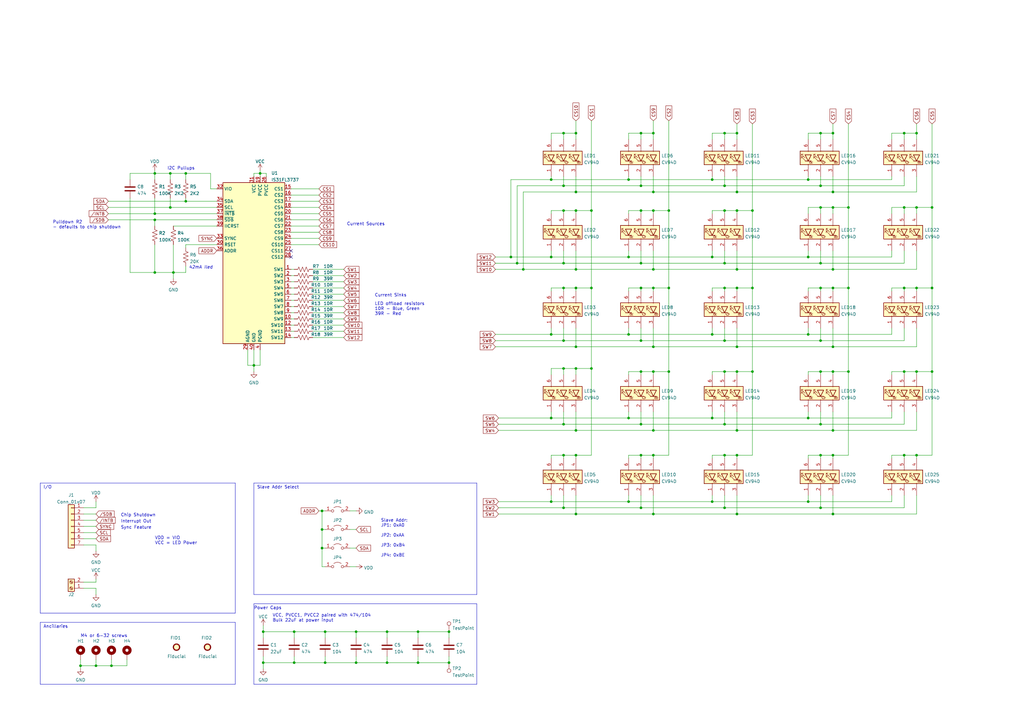
<source format=kicad_sch>
(kicad_sch (version 20230121) (generator eeschema)
  (paper "A3")
  (title_block (title "CREE LED 5x5 Eval") (date "2022-07-26") (rev "1") (company "DigitalREP"))
  (junction (at 336.55 85.09))
  (junction (at 214.63 110.49))
  (junction (at 267.97 152.4))
  (junction (at 236.22 86.36))
  (junction (at 267.97 110.49))
  (junction (at 231.14 186.69))
  (junction (at 236.22 142.24))
  (junction (at 212.09 107.95))
  (junction (at 341.63 142.24))
  (junction (at 341.63 152.4))
  (junction (at 132.08 224.79))
  (junction (at 297.18 152.4))
  (junction (at 133.35 271.78))
  (junction (at 336.55 76.2))
  (junction (at 257.81 171.45))
  (junction (at 262.89 173.99))
  (junction (at 236.22 210.82))
  (junction (at 302.26 186.69))
  (junction (at 297.18 86.36))
  (junction (at 107.95 271.78))
  (junction (at 336.55 173.99))
  (junction (at 63.5 71.12))
  (junction (at 336.55 186.69))
  (junction (at 262.89 76.2))
  (junction (at 158.75 259.08))
  (junction (at 257.81 105.41))
  (junction (at 292.1 205.74))
  (junction (at 331.47 205.74))
  (junction (at 382.27 152.4))
  (junction (at 231.14 139.7))
  (junction (at 257.81 73.66))
  (junction (at 76.2 82.55))
  (junction (at 262.89 186.69))
  (junction (at 297.18 186.69))
  (junction (at 267.97 54.61))
  (junction (at 302.26 118.11))
  (junction (at 331.47 137.16))
  (junction (at 375.92 85.09))
  (junction (at 231.14 86.36))
  (junction (at 132.08 217.17))
  (junction (at 297.18 76.2))
  (junction (at 336.55 208.28))
  (junction (at 382.27 85.09))
  (junction (at 107.95 259.08))
  (junction (at 375.92 186.69))
  (junction (at 331.47 171.45))
  (junction (at 308.61 86.36))
  (junction (at 171.45 271.78))
  (junction (at 370.84 152.4))
  (junction (at 226.06 73.66))
  (junction (at 236.22 110.49))
  (junction (at 274.32 118.11))
  (junction (at 104.14 149.86))
  (junction (at 39.37 273.05))
  (junction (at 302.26 78.74))
  (junction (at 341.63 210.82))
  (junction (at 375.92 118.11))
  (junction (at 158.75 271.78))
  (junction (at 231.14 151.13))
  (junction (at 267.97 210.82))
  (junction (at 347.98 118.11))
  (junction (at 382.27 118.11))
  (junction (at 267.97 86.36))
  (junction (at 336.55 107.95))
  (junction (at 106.68 71.12))
  (junction (at 63.5 111.76))
  (junction (at 262.89 139.7))
  (junction (at 292.1 105.41))
  (junction (at 231.14 173.99))
  (junction (at 63.5 90.17))
  (junction (at 341.63 85.09))
  (junction (at 297.18 118.11))
  (junction (at 331.47 73.66))
  (junction (at 69.85 85.09))
  (junction (at 292.1 171.45))
  (junction (at 308.61 118.11))
  (junction (at 133.35 259.08))
  (junction (at 242.57 151.13))
  (junction (at 297.18 107.95))
  (junction (at 336.55 139.7))
  (junction (at 236.22 176.53))
  (junction (at 146.05 271.78))
  (junction (at 347.98 152.4))
  (junction (at 267.97 176.53))
  (junction (at 262.89 208.28))
  (junction (at 231.14 208.28))
  (junction (at 262.89 86.36))
  (junction (at 341.63 186.69))
  (junction (at 274.32 152.4))
  (junction (at 63.5 87.63))
  (junction (at 341.63 54.61))
  (junction (at 236.22 186.69))
  (junction (at 226.06 105.41))
  (junction (at 331.47 105.41))
  (junction (at 209.55 105.41))
  (junction (at 302.26 152.4))
  (junction (at 341.63 110.49))
  (junction (at 267.97 78.74))
  (junction (at 297.18 208.28))
  (junction (at 302.26 142.24))
  (junction (at 375.92 152.4))
  (junction (at 171.45 259.08))
  (junction (at 184.15 259.08))
  (junction (at 341.63 176.53))
  (junction (at 375.92 54.61))
  (junction (at 302.26 110.49))
  (junction (at 45.72 273.05))
  (junction (at 267.97 186.69))
  (junction (at 231.14 118.11))
  (junction (at 297.18 139.7))
  (junction (at 302.26 210.82))
  (junction (at 308.61 152.4))
  (junction (at 226.06 171.45))
  (junction (at 267.97 118.11))
  (junction (at 262.89 118.11))
  (junction (at 336.55 152.4))
  (junction (at 257.81 205.74))
  (junction (at 336.55 118.11))
  (junction (at 274.32 86.36))
  (junction (at 297.18 173.99))
  (junction (at 236.22 54.61))
  (junction (at 69.85 71.12))
  (junction (at 226.06 205.74))
  (junction (at 370.84 186.69))
  (junction (at 120.65 259.08))
  (junction (at 184.15 271.78))
  (junction (at 231.14 107.95))
  (junction (at 262.89 107.95))
  (junction (at 370.84 85.09))
  (junction (at 336.55 54.61))
  (junction (at 236.22 118.11))
  (junction (at 302.26 176.53))
  (junction (at 262.89 54.61))
  (junction (at 267.97 142.24))
  (junction (at 242.57 86.36))
  (junction (at 33.02 273.05))
  (junction (at 341.63 78.74))
  (junction (at 347.98 85.09))
  (junction (at 370.84 54.61))
  (junction (at 236.22 78.74))
  (junction (at 71.12 111.76))
  (junction (at 231.14 54.61))
  (junction (at 370.84 118.11))
  (junction (at 132.08 209.55))
  (junction (at 292.1 73.66))
  (junction (at 120.65 271.78))
  (junction (at 302.26 86.36))
  (junction (at 236.22 151.13))
  (junction (at 341.63 118.11))
  (junction (at 297.18 54.61))
  (junction (at 262.89 152.4))
  (junction (at 292.1 137.16))
  (junction (at 257.81 137.16))
  (junction (at 242.57 118.11))
  (junction (at 231.14 76.2))
  (junction (at 76.2 71.12))
  (junction (at 302.26 54.61))
  (junction (at 146.05 259.08))
  (junction (at 226.06 137.16))
  (no_connect (at 119.38 102.87))
  (no_connect (at 119.38 105.41))
  (wire (pts (xy 341.63 78.74) (xy 375.92 78.74)))
  (wire (pts (xy 370.84 85.09) (xy 370.84 87.63)))
  (wire (pts (xy 331.47 105.41) (xy 365.76 105.41)))
  (wire (pts (xy 231.14 151.13) (xy 236.22 151.13)))
  (wire (pts (xy 44.45 85.09) (xy 69.85 85.09)))
  (wire (pts (xy 119.38 130.81) (xy 120.65 130.81)))
  (wire (pts (xy 88.9 77.47) (xy 86.36 77.47)))
  (wire (pts (xy 34.29 210.82) (xy 39.37 210.82)))
  (wire (pts (xy 146.05 271.78) (xy 158.75 271.78)))
  (wire (pts (xy 257.81 73.66) (xy 292.1 73.66)))
  (wire (pts (xy 119.38 125.73) (xy 120.65 125.73)))
  (wire (pts (xy 297.18 118.11) (xy 297.18 119.38)))
  (wire (pts (xy 76.2 109.22) (xy 76.2 111.76)))
  (wire (pts (xy 107.95 271.78) (xy 120.65 271.78)))
  (wire (pts (xy 336.55 152.4) (xy 336.55 153.67)))
  (wire (pts (xy 302.26 152.4) (xy 302.26 153.67)))
  (wire (pts (xy 336.55 208.28) (xy 297.18 208.28)))
  (wire (pts (xy 119.38 113.03) (xy 120.65 113.03)))
  (wire (pts (xy 267.97 210.82) (xy 236.22 210.82)))
  (wire (pts (xy 347.98 186.69) (xy 347.98 152.4)))
  (wire (pts (xy 236.22 54.61) (xy 231.14 54.61)))
  (wire (pts (xy 226.06 203.2) (xy 226.06 205.74)))
  (wire (pts (xy 257.81 54.61) (xy 262.89 54.61)))
  (wire (pts (xy 297.18 186.69) (xy 302.26 186.69)))
  (wire (pts (xy 262.89 86.36) (xy 262.89 87.63)))
  (wire (pts (xy 267.97 86.36) (xy 267.97 87.63)))
  (wire (pts (xy 34.29 208.28) (xy 39.37 208.28)))
  (wire (pts (xy 128.27 118.11) (xy 140.97 118.11)))
  (wire (pts (xy 171.45 269.24) (xy 171.45 271.78)))
  (wire (pts (xy 262.89 118.11) (xy 267.97 118.11)))
  (wire (pts (xy 231.14 186.69) (xy 231.14 187.96)))
  (wire (pts (xy 292.1 118.11) (xy 297.18 118.11)))
  (wire (pts (xy 71.12 100.33) (xy 71.12 111.76)))
  (wire (pts (xy 365.76 134.62) (xy 365.76 137.16)))
  (wire (pts (xy 262.89 134.62) (xy 262.89 139.7)))
  (wire (pts (xy 267.97 176.53) (xy 236.22 176.53)))
  (wire (pts (xy 365.76 87.63) (xy 365.76 85.09)))
  (wire (pts (xy 341.63 85.09) (xy 347.98 85.09)))
  (wire (pts (xy 39.37 241.3) (xy 39.37 243.84)))
  (wire (pts (xy 119.38 90.17) (xy 130.81 90.17)))
  (wire (pts (xy 39.37 223.52) (xy 39.37 226.06)))
  (wire (pts (xy 133.35 224.79) (xy 132.08 224.79)))
  (wire (pts (xy 231.14 118.11) (xy 231.14 119.38)))
  (wire (pts (xy 158.75 259.08) (xy 171.45 259.08)))
  (wire (pts (xy 236.22 186.69) (xy 242.57 186.69)))
  (wire (pts (xy 370.84 168.91) (xy 370.84 173.99)))
  (wire (pts (xy 375.92 72.39) (xy 375.92 78.74)))
  (wire (pts (xy 341.63 203.2) (xy 341.63 210.82)))
  (wire (pts (xy 370.84 186.69) (xy 370.84 187.96)))
  (wire (pts (xy 375.92 54.61) (xy 375.92 57.15)))
  (wire (pts (xy 365.76 102.87) (xy 365.76 105.41)))
  (wire (pts (xy 341.63 110.49) (xy 375.92 110.49)))
  (wire (pts (xy 231.14 134.62) (xy 231.14 139.7)))
  (wire (pts (xy 267.97 186.69) (xy 274.32 186.69)))
  (polyline (pts (xy 96.52 251.46) (xy 96.52 198.12)))
  (wire (pts (xy 308.61 50.8) (xy 308.61 86.36)))
  (wire (pts (xy 370.84 208.28) (xy 336.55 208.28)))
  (wire (pts (xy 107.95 256.54) (xy 107.95 259.08)))
  (wire (pts (xy 101.6 149.86) (xy 104.14 149.86)))
  (wire (pts (xy 231.14 203.2) (xy 231.14 208.28)))
  (wire (pts (xy 365.76 186.69) (xy 365.76 187.96)))
  (wire (pts (xy 120.65 261.62) (xy 120.65 259.08)))
  (wire (pts (xy 341.63 210.82) (xy 302.26 210.82)))
  (polyline (pts (xy 104.14 280.67) (xy 195.58 280.67)))
  (wire (pts (xy 231.14 168.91) (xy 231.14 173.99)))
  (wire (pts (xy 274.32 49.53) (xy 274.32 86.36)))
  (wire (pts (xy 226.06 73.66) (xy 257.81 73.66)))
  (wire (pts (xy 242.57 118.11) (xy 242.57 86.36)))
  (wire (pts (xy 331.47 54.61) (xy 336.55 54.61)))
  (wire (pts (xy 274.32 152.4) (xy 274.32 118.11)))
  (wire (pts (xy 184.15 269.24) (xy 184.15 271.78)))
  (wire (pts (xy 34.29 238.76) (xy 39.37 238.76)))
  (wire (pts (xy 292.1 134.62) (xy 292.1 137.16)))
  (wire (pts (xy 370.84 152.4) (xy 375.92 152.4)))
  (wire (pts (xy 44.45 82.55) (xy 76.2 82.55)))
  (wire (pts (xy 375.92 152.4) (xy 375.92 153.67)))
  (wire (pts (xy 297.18 134.62) (xy 297.18 139.7)))
  (wire (pts (xy 341.63 152.4) (xy 347.98 152.4)))
  (wire (pts (xy 370.84 54.61) (xy 375.92 54.61)))
  (wire (pts (xy 231.14 86.36) (xy 236.22 86.36)))
  (wire (pts (xy 341.63 152.4) (xy 341.63 153.67)))
  (wire (pts (xy 336.55 72.39) (xy 336.55 76.2)))
  (wire (pts (xy 76.2 100.33) (xy 76.2 101.6)))
  (wire (pts (xy 226.06 134.62) (xy 226.06 137.16)))
  (wire (pts (xy 236.22 168.91) (xy 236.22 176.53)))
  (wire (pts (xy 107.95 259.08) (xy 107.95 261.62)))
  (wire (pts (xy 302.26 152.4) (xy 308.61 152.4)))
  (polyline (pts (xy 104.14 247.65) (xy 195.58 247.65)))
  (wire (pts (xy 184.15 259.08) (xy 171.45 259.08)))
  (wire (pts (xy 297.18 54.61) (xy 302.26 54.61)))
  (wire (pts (xy 347.98 50.8) (xy 347.98 85.09)))
  (wire (pts (xy 292.1 203.2) (xy 292.1 205.74)))
  (wire (pts (xy 262.89 54.61) (xy 267.97 54.61)))
  (wire (pts (xy 267.97 134.62) (xy 267.97 142.24)))
  (wire (pts (xy 267.97 152.4) (xy 267.97 153.67)))
  (wire (pts (xy 128.27 115.57) (xy 140.97 115.57)))
  (wire (pts (xy 292.1 152.4) (xy 297.18 152.4)))
  (wire (pts (xy 171.45 261.62) (xy 171.45 259.08)))
  (wire (pts (xy 231.14 139.7) (xy 262.89 139.7)))
  (polyline (pts (xy 195.58 198.12) (xy 104.14 198.12)))
  (wire (pts (xy 104.14 143.51) (xy 104.14 149.86)))
  (polyline (pts (xy 96.52 280.67) (xy 16.51 280.67)))
  (wire (pts (xy 292.1 205.74) (xy 257.81 205.74)))
  (wire (pts (xy 382.27 118.11) (xy 382.27 85.09)))
  (wire (pts (xy 262.89 203.2) (xy 262.89 208.28)))
  (wire (pts (xy 231.14 102.87) (xy 231.14 107.95)))
  (wire (pts (xy 267.97 203.2) (xy 267.97 210.82)))
  (wire (pts (xy 236.22 118.11) (xy 242.57 118.11)))
  (wire (pts (xy 128.27 123.19) (xy 140.97 123.19)))
  (wire (pts (xy 370.84 54.61) (xy 370.84 57.15)))
  (wire (pts (xy 143.51 232.41) (xy 146.05 232.41)))
  (wire (pts (xy 267.97 49.53) (xy 267.97 54.61)))
  (polyline (pts (xy 195.58 243.84) (xy 195.58 198.12)))
  (wire (pts (xy 341.63 118.11) (xy 347.98 118.11)))
  (wire (pts (xy 302.26 118.11) (xy 308.61 118.11)))
  (wire (pts (xy 34.29 223.52) (xy 39.37 223.52)))
  (wire (pts (xy 262.89 208.28) (xy 231.14 208.28)))
  (wire (pts (xy 109.22 71.12) (xy 109.22 72.39)))
  (wire (pts (xy 297.18 54.61) (xy 297.18 57.15)))
  (wire (pts (xy 226.06 171.45) (xy 257.81 171.45)))
  (wire (pts (xy 33.02 273.05) (xy 33.02 274.32)))
  (wire (pts (xy 231.14 186.69) (xy 226.06 186.69)))
  (wire (pts (xy 302.26 78.74) (xy 267.97 78.74)))
  (wire (pts (xy 63.5 92.71) (xy 63.5 90.17)))
  (wire (pts (xy 226.06 151.13) (xy 231.14 151.13)))
  (wire (pts (xy 336.55 152.4) (xy 341.63 152.4)))
  (wire (pts (xy 119.38 135.89) (xy 120.65 135.89)))
  (wire (pts (xy 341.63 118.11) (xy 341.63 119.38)))
  (polyline (pts (xy 104.14 247.65) (xy 104.14 280.67)))
  (wire (pts (xy 104.14 149.86) (xy 104.14 152.4)))
  (wire (pts (xy 158.75 269.24) (xy 158.75 271.78)))
  (wire (pts (xy 308.61 118.11) (xy 308.61 86.36)))
  (wire (pts (xy 292.1 171.45) (xy 257.81 171.45)))
  (polyline (pts (xy 16.51 198.12) (xy 16.51 251.46)))
  (wire (pts (xy 331.47 118.11) (xy 336.55 118.11)))
  (wire (pts (xy 365.76 203.2) (xy 365.76 205.74)))
  (wire (pts (xy 331.47 186.69) (xy 336.55 186.69)))
  (wire (pts (xy 341.63 54.61) (xy 341.63 57.15)))
  (wire (pts (xy 336.55 54.61) (xy 336.55 57.15)))
  (wire (pts (xy 88.9 85.09) (xy 69.85 85.09)))
  (wire (pts (xy 267.97 152.4) (xy 274.32 152.4)))
  (wire (pts (xy 236.22 186.69) (xy 231.14 186.69)))
  (wire (pts (xy 302.26 142.24) (xy 267.97 142.24)))
  (wire (pts (xy 257.81 119.38) (xy 257.81 118.11)))
  (wire (pts (xy 302.26 110.49) (xy 267.97 110.49)))
  (wire (pts (xy 341.63 168.91) (xy 341.63 176.53)))
  (wire (pts (xy 86.36 77.47) (xy 86.36 71.12)))
  (wire (pts (xy 231.14 151.13) (xy 231.14 153.67)))
  (wire (pts (xy 302.26 186.69) (xy 308.61 186.69)))
  (wire (pts (xy 297.18 118.11) (xy 302.26 118.11)))
  (wire (pts (xy 297.18 168.91) (xy 297.18 173.99)))
  (polyline (pts (xy 195.58 280.67) (xy 195.58 247.65)))
  (wire (pts (xy 119.38 123.19) (xy 120.65 123.19)))
  (wire (pts (xy 214.63 78.74) (xy 214.63 110.49)))
  (wire (pts (xy 63.5 73.66) (xy 63.5 71.12)))
  (wire (pts (xy 336.55 186.69) (xy 336.55 187.96)))
  (wire (pts (xy 375.92 176.53) (xy 341.63 176.53)))
  (wire (pts (xy 331.47 119.38) (xy 331.47 118.11)))
  (wire (pts (xy 133.35 232.41) (xy 132.08 232.41)))
  (wire (pts (xy 297.18 186.69) (xy 297.18 187.96)))
  (wire (pts (xy 257.81 86.36) (xy 257.81 87.63)))
  (wire (pts (xy 292.1 153.67) (xy 292.1 152.4)))
  (wire (pts (xy 71.12 92.71) (xy 88.9 92.71)))
  (wire (pts (xy 302.26 50.8) (xy 302.26 54.61)))
  (wire (pts (xy 370.84 118.11) (xy 370.84 119.38)))
  (wire (pts (xy 341.63 110.49) (xy 302.26 110.49)))
  (wire (pts (xy 370.84 118.11) (xy 375.92 118.11)))
  (wire (pts (xy 203.2 105.41) (xy 209.55 105.41)))
  (wire (pts (xy 262.89 54.61) (xy 262.89 57.15)))
  (wire (pts (xy 104.14 72.39) (xy 104.14 71.12)))
  (wire (pts (xy 382.27 152.4) (xy 382.27 118.11)))
  (wire (pts (xy 336.55 118.11) (xy 341.63 118.11)))
  (wire (pts (xy 120.65 259.08) (xy 107.95 259.08)))
  (wire (pts (xy 133.35 259.08) (xy 120.65 259.08)))
  (wire (pts (xy 106.68 71.12) (xy 106.68 72.39)))
  (wire (pts (xy 132.08 232.41) (xy 132.08 224.79)))
  (wire (pts (xy 267.97 54.61) (xy 267.97 57.15)))
  (wire (pts (xy 242.57 151.13) (xy 242.57 118.11)))
  (wire (pts (xy 375.92 168.91) (xy 375.92 176.53)))
  (wire (pts (xy 336.55 102.87) (xy 336.55 107.95)))
  (wire (pts (xy 365.76 119.38) (xy 365.76 118.11)))
  (wire (pts (xy 119.38 80.01) (xy 130.81 80.01)))
  (wire (pts (xy 297.18 152.4) (xy 302.26 152.4)))
  (wire (pts (xy 63.5 87.63) (xy 63.5 81.28)))
  (wire (pts (xy 292.1 186.69) (xy 297.18 186.69)))
  (wire (pts (xy 336.55 107.95) (xy 297.18 107.95)))
  (wire (pts (xy 120.65 271.78) (xy 133.35 271.78)))
  (wire (pts (xy 262.89 152.4) (xy 267.97 152.4)))
  (wire (pts (xy 69.85 71.12) (xy 76.2 71.12)))
  (wire (pts (xy 341.63 85.09) (xy 341.63 87.63)))
  (wire (pts (xy 331.47 205.74) (xy 292.1 205.74)))
  (wire (pts (xy 204.47 210.82) (xy 236.22 210.82)))
  (wire (pts (xy 375.92 85.09) (xy 375.92 87.63)))
  (wire (pts (xy 262.89 76.2) (xy 297.18 76.2)))
  (wire (pts (xy 33.02 270.51) (xy 33.02 273.05)))
  (wire (pts (xy 231.14 118.11) (xy 236.22 118.11)))
  (wire (pts (xy 132.08 209.55) (xy 132.08 217.17)))
  (wire (pts (xy 34.29 218.44) (xy 39.37 218.44)))
  (wire (pts (xy 382.27 186.69) (xy 382.27 152.4)))
  (wire (pts (xy 292.1 168.91) (xy 292.1 171.45)))
  (wire (pts (xy 370.84 152.4) (xy 370.84 153.67)))
  (wire (pts (xy 341.63 142.24) (xy 302.26 142.24)))
  (wire (pts (xy 203.2 107.95) (xy 212.09 107.95)))
  (wire (pts (xy 34.29 220.98) (xy 39.37 220.98)))
  (polyline (pts (xy 96.52 198.12) (xy 16.51 198.12)))
  (wire (pts (xy 370.84 173.99) (xy 336.55 173.99)))
  (wire (pts (xy 267.97 78.74) (xy 236.22 78.74)))
  (wire (pts (xy 375.92 186.69) (xy 382.27 186.69)))
  (wire (pts (xy 365.76 153.67) (xy 365.76 152.4)))
  (wire (pts (xy 236.22 86.36) (xy 236.22 87.63)))
  (wire (pts (xy 375.92 142.24) (xy 341.63 142.24)))
  (wire (pts (xy 119.38 85.09) (xy 130.81 85.09)))
  (wire (pts (xy 133.35 269.24) (xy 133.35 271.78)))
  (wire (pts (xy 133.35 261.62) (xy 133.35 259.08)))
  (wire (pts (xy 128.27 113.03) (xy 140.97 113.03)))
  (wire (pts (xy 341.63 176.53) (xy 302.26 176.53)))
  (wire (pts (xy 257.81 72.39) (xy 257.81 73.66)))
  (wire (pts (xy 44.45 87.63) (xy 63.5 87.63)))
  (wire (pts (xy 267.97 102.87) (xy 267.97 110.49)))
  (wire (pts (xy 88.9 82.55) (xy 76.2 82.55)))
  (wire (pts (xy 365.76 118.11) (xy 370.84 118.11)))
  (wire (pts (xy 375.92 134.62) (xy 375.92 142.24)))
  (wire (pts (xy 146.05 261.62) (xy 146.05 259.08)))
  (wire (pts (xy 128.27 138.43) (xy 140.97 138.43)))
  (wire (pts (xy 119.38 97.79) (xy 130.81 97.79)))
  (wire (pts (xy 133.35 259.08) (xy 146.05 259.08)))
  (wire (pts (xy 158.75 261.62) (xy 158.75 259.08)))
  (wire (pts (xy 297.18 102.87) (xy 297.18 107.95)))
  (wire (pts (xy 302.26 102.87) (xy 302.26 110.49)))
  (wire (pts (xy 375.92 118.11) (xy 382.27 118.11)))
  (wire (pts (xy 236.22 54.61) (xy 236.22 57.15)))
  (wire (pts (xy 101.6 143.51) (xy 101.6 149.86)))
  (wire (pts (xy 336.55 173.99) (xy 297.18 173.99)))
  (wire (pts (xy 302.26 134.62) (xy 302.26 142.24)))
  (wire (pts (xy 106.68 69.85) (xy 106.68 71.12)))
  (wire (pts (xy 257.81 186.69) (xy 262.89 186.69)))
  (wire (pts (xy 226.06 137.16) (xy 203.2 137.16)))
  (wire (pts (xy 226.06 153.67) (xy 226.06 151.13)))
  (wire (pts (xy 302.26 186.69) (xy 302.26 187.96)))
  (wire (pts (xy 76.2 71.12) (xy 86.36 71.12)))
  (wire (pts (xy 119.38 110.49) (xy 120.65 110.49)))
  (wire (pts (xy 262.89 152.4) (xy 262.89 153.67)))
  (wire (pts (xy 370.84 85.09) (xy 375.92 85.09)))
  (wire (pts (xy 119.38 120.65) (xy 120.65 120.65)))
  (wire (pts (xy 341.63 134.62) (xy 341.63 142.24)))
  (wire (pts (xy 375.92 118.11) (xy 375.92 119.38)))
  (wire (pts (xy 204.47 171.45) (xy 226.06 171.45)))
  (polyline (pts (xy 16.51 255.27) (xy 16.51 280.67)))
  (wire (pts (xy 302.26 168.91) (xy 302.26 176.53)))
  (wire (pts (xy 76.2 82.55) (xy 76.2 81.28)))
  (wire (pts (xy 370.84 102.87) (xy 370.84 107.95)))
  (wire (pts (xy 336.55 118.11) (xy 336.55 119.38)))
  (wire (pts (xy 53.34 71.12) (xy 63.5 71.12)))
  (wire (pts (xy 236.22 102.87) (xy 236.22 110.49)))
  (wire (pts (xy 292.1 87.63) (xy 292.1 86.36)))
  (wire (pts (xy 184.15 261.62) (xy 184.15 259.08)))
  (wire (pts (xy 257.81 153.67) (xy 257.81 152.4)))
  (wire (pts (xy 308.61 186.69) (xy 308.61 152.4)))
  (wire (pts (xy 274.32 118.11) (xy 274.32 86.36)))
  (wire (pts (xy 257.81 187.96) (xy 257.81 186.69)))
  (wire (pts (xy 297.18 86.36) (xy 302.26 86.36)))
  (wire (pts (xy 242.57 186.69) (xy 242.57 151.13)))
  (wire (pts (xy 212.09 76.2) (xy 212.09 107.95)))
  (wire (pts (xy 267.97 72.39) (xy 267.97 78.74)))
  (wire (pts (xy 262.89 186.69) (xy 267.97 186.69)))
  (wire (pts (xy 302.26 86.36) (xy 308.61 86.36)))
  (wire (pts (xy 370.84 72.39) (xy 370.84 76.2)))
  (wire (pts (xy 257.81 57.15) (xy 257.81 54.61)))
  (wire (pts (xy 302.26 210.82) (xy 267.97 210.82)))
  (wire (pts (xy 267.97 110.49) (xy 236.22 110.49)))
  (wire (pts (xy 52.07 270.51) (xy 52.07 273.05)))
  (wire (pts (xy 365.76 152.4) (xy 370.84 152.4)))
  (wire (pts (xy 370.84 186.69) (xy 365.76 186.69)))
  (wire (pts (xy 262.89 86.36) (xy 257.81 86.36)))
  (wire (pts (xy 133.35 217.17) (xy 132.08 217.17)))
  (wire (pts (xy 331.47 105.41) (xy 292.1 105.41)))
  (wire (pts (xy 297.18 72.39) (xy 297.18 76.2)))
  (wire (pts (xy 226.06 105.41) (xy 226.06 102.87)))
  (wire (pts (xy 130.81 209.55) (xy 132.08 209.55)))
  (wire (pts (xy 76.2 100.33) (xy 88.9 100.33)))
  (wire (pts (xy 204.47 173.99) (xy 231.14 173.99)))
  (wire (pts (xy 365.76 54.61) (xy 370.84 54.61)))
  (wire (pts (xy 308.61 152.4) (xy 308.61 118.11)))
  (wire (pts (xy 302.26 54.61) (xy 302.26 57.15)))
  (wire (pts (xy 212.09 107.95) (xy 231.14 107.95)))
  (wire (pts (xy 236.22 72.39) (xy 236.22 78.74)))
  (wire (pts (xy 336.55 186.69) (xy 341.63 186.69)))
  (wire (pts (xy 274.32 86.36) (xy 267.97 86.36)))
  (wire (pts (xy 88.9 87.63) (xy 63.5 87.63)))
  (wire (pts (xy 119.38 92.71) (xy 130.81 92.71)))
  (wire (pts (xy 365.76 171.45) (xy 331.47 171.45)))
  (wire (pts (xy 236.22 203.2) (xy 236.22 210.82)))
  (wire (pts (xy 331.47 187.96) (xy 331.47 186.69)))
  (wire (pts (xy 267.97 168.91) (xy 267.97 176.53)))
  (wire (pts (xy 226.06 118.11) (xy 226.06 119.38)))
  (wire (pts (xy 375.92 152.4) (xy 382.27 152.4)))
  (wire (pts (xy 292.1 73.66) (xy 331.47 73.66)))
  (wire (pts (xy 34.29 241.3) (xy 39.37 241.3)))
  (wire (pts (xy 133.35 271.78) (xy 146.05 271.78)))
  (wire (pts (xy 262.89 118.11) (xy 262.89 119.38)))
  (wire (pts (xy 39.37 270.51) (xy 39.37 273.05)))
  (wire (pts (xy 63.5 100.33) (xy 63.5 111.76)))
  (wire (pts (xy 331.47 102.87) (xy 331.47 105.41)))
  (wire (pts (xy 106.68 143.51) (xy 106.68 149.86)))
  (wire (pts (xy 39.37 208.28) (xy 39.37 205.74)))
  (wire (pts (xy 297.18 86.36) (xy 297.18 87.63)))
  (wire (pts (xy 69.85 85.09) (xy 69.85 81.28)))
  (wire (pts (xy 226.06 73.66) (xy 226.06 72.39)))
  (wire (pts (xy 365.76 85.09) (xy 370.84 85.09)))
  (wire (pts (xy 302.26 203.2) (xy 302.26 210.82)))
  (wire (pts (xy 209.55 73.66) (xy 209.55 105.41)))
  (wire (pts (xy 76.2 71.12) (xy 76.2 73.66)))
  (wire (pts (xy 336.55 76.2) (xy 370.84 76.2)))
  (wire (pts (xy 297.18 76.2) (xy 336.55 76.2)))
  (wire (pts (xy 236.22 142.24) (xy 203.2 142.24)))
  (wire (pts (xy 341.63 72.39) (xy 341.63 78.74)))
  (wire (pts (xy 128.27 125.73) (xy 140.97 125.73)))
  (polyline (pts (xy 104.14 243.84) (xy 195.58 243.84)))
  (wire (pts (xy 63.5 90.17) (xy 88.9 90.17)))
  (wire (pts (xy 262.89 168.91) (xy 262.89 173.99)))
  (wire (pts (xy 119.38 95.25) (xy 130.81 95.25)))
  (wire (pts (xy 119.38 100.33) (xy 130.81 100.33)))
  (wire (pts (xy 331.47 171.45) (xy 292.1 171.45)))
  (wire (pts (xy 104.14 71.12) (xy 106.68 71.12)))
  (wire (pts (xy 231.14 76.2) (xy 231.14 72.39)))
  (wire (pts (xy 226.06 54.61) (xy 226.06 57.15)))
  (wire (pts (xy 292.1 72.39) (xy 292.1 73.66)))
  (wire (pts (xy 226.06 105.41) (xy 257.81 105.41)))
  (wire (pts (xy 204.47 205.74) (xy 226.06 205.74)))
  (wire (pts (xy 297.18 203.2) (xy 297.18 208.28)))
  (wire (pts (xy 292.1 102.87) (xy 292.1 105.41)))
  (wire (pts (xy 53.34 81.28) (xy 53.34 111.76)))
  (wire (pts (xy 236.22 86.36) (xy 242.57 86.36)))
  (wire (pts (xy 331.47 153.67) (xy 331.47 152.4)))
  (wire (pts (xy 204.47 208.28) (xy 231.14 208.28)))
  (wire (pts (xy 119.38 87.63) (xy 130.81 87.63)))
  (wire (pts (xy 302.26 176.53) (xy 267.97 176.53)))
  (wire (pts (xy 292.1 57.15) (xy 292.1 54.61)))
  (wire (pts (xy 231.14 54.61) (xy 231.14 57.15)))
  (wire (pts (xy 236.22 110.49) (xy 214.63 110.49)))
  (wire (pts (xy 71.12 111.76) (xy 76.2 111.76)))
  (wire (pts (xy 331.47 87.63) (xy 331.47 85.09)))
  (wire (pts (xy 336.55 54.61) (xy 341.63 54.61)))
  (wire (pts (xy 69.85 71.12) (xy 69.85 73.66)))
  (wire (pts (xy 370.84 134.62) (xy 370.84 139.7)))
  (wire (pts (xy 44.45 90.17) (xy 63.5 90.17)))
  (wire (pts (xy 236.22 118.11) (xy 236.22 119.38)))
  (wire (pts (xy 267.97 118.11) (xy 267.97 119.38)))
  (wire (pts (xy 267.97 142.24) (xy 236.22 142.24)))
  (wire (pts (xy 365.76 57.15) (xy 365.76 54.61)))
  (wire (pts (xy 257.81 205.74) (xy 226.06 205.74)))
  (wire (pts (xy 231.14 86.36) (xy 231.14 87.63)))
  (wire (pts (xy 336.55 134.62) (xy 336.55 139.7)))
  (wire (pts (xy 267.97 186.69) (xy 267.97 187.96)))
  (wire (pts (xy 236.22 186.69) (xy 236.22 187.96)))
  (wire (pts (xy 120.65 269.24) (xy 120.65 271.78)))
  (wire (pts (xy 257.81 105.41) (xy 292.1 105.41)))
  (wire (pts (xy 119.38 133.35) (xy 120.65 133.35)))
  (wire (pts (xy 236.22 78.74) (xy 214.63 78.74)))
  (wire (pts (xy 45.72 270.51) (xy 45.72 273.05)))
  (wire (pts (xy 365.76 72.39) (xy 365.76 73.66)))
  (wire (pts (xy 257.81 134.62) (xy 257.81 137.16)))
  (wire (pts (xy 375.92 203.2) (xy 375.92 210.82)))
  (wire (pts (xy 45.72 273.05) (xy 39.37 273.05)))
  (wire (pts (xy 297.18 208.28) (xy 262.89 208.28)))
  (polyline (pts (xy 16.51 255.27) (xy 96.52 255.27)))
  (polyline (pts (xy 96.52 255.27) (xy 96.52 280.67)))
  (wire (pts (xy 331.47 134.62) (xy 331.47 137.16)))
  (wire (pts (xy 262.89 173.99) (xy 231.14 173.99)))
  (polyline (pts (xy 104.14 198.12) (xy 104.14 243.84)))
  (wire (pts (xy 39.37 238.76) (xy 39.37 237.49)))
  (wire (pts (xy 214.63 110.49) (xy 203.2 110.49)))
  (wire (pts (xy 231.14 76.2) (xy 262.89 76.2)))
  (wire (pts (xy 292.1 119.38) (xy 292.1 118.11)))
  (wire (pts (xy 171.45 271.78) (xy 184.15 271.78)))
  (wire (pts (xy 63.5 111.76) (xy 71.12 111.76)))
  (wire (pts (xy 331.47 72.39) (xy 331.47 73.66)))
  (wire (pts (xy 331.47 152.4) (xy 336.55 152.4)))
  (wire (pts (xy 236.22 151.13) (xy 242.57 151.13)))
  (polyline (pts (xy 16.51 251.46) (xy 96.52 251.46)))
  (wire (pts (xy 209.55 105.41) (xy 226.06 105.41)))
  (wire (pts (xy 143.51 224.79) (xy 146.05 224.79)))
  (wire (pts (xy 292.1 137.16) (xy 331.47 137.16)))
  (wire (pts (xy 274.32 186.69) (xy 274.32 152.4)))
  (wire (pts (xy 262.89 186.69) (xy 262.89 187.96)))
  (wire (pts (xy 375.92 210.82) (xy 341.63 210.82)))
  (wire (pts (xy 267.97 86.36) (xy 262.89 86.36)))
  (wire (pts (xy 39.37 273.05) (xy 33.02 273.05)))
  (wire (pts (xy 242.57 49.53) (xy 242.57 86.36)))
  (wire (pts (xy 53.34 73.66) (xy 53.34 71.12)))
  (wire (pts (xy 236.22 49.53) (xy 236.22 54.61)))
  (wire (pts (xy 262.89 102.87) (xy 262.89 107.95)))
  (wire (pts (xy 257.81 102.87) (xy 257.81 105.41)))
  (wire (pts (xy 331.47 57.15) (xy 331.47 54.61)))
  (wire (pts (xy 302.26 86.36) (xy 302.26 87.63)))
  (wire (pts (xy 257.81 152.4) (xy 262.89 152.4)))
  (wire (pts (xy 226.06 86.36) (xy 231.14 86.36)))
  (wire (pts (xy 336.55 85.09) (xy 336.55 87.63)))
  (wire (pts (xy 262.89 72.39) (xy 262.89 76.2)))
  (wire (pts (xy 341.63 50.8) (xy 341.63 54.61)))
  (wire (pts (xy 267.97 118.11) (xy 274.32 118.11)))
  (wire (pts (xy 257.81 203.2) (xy 257.81 205.74)))
  (wire (pts (xy 106.68 71.12) (xy 109.22 71.12)))
  (wire (pts (xy 231.14 107.95) (xy 262.89 107.95)))
  (wire (pts (xy 297.18 152.4) (xy 297.18 153.67)))
  (wire (pts (xy 231.14 76.2) (xy 212.09 76.2)))
  (wire (pts (xy 292.1 86.36) (xy 297.18 86.36)))
  (wire (pts (xy 236.22 134.62) (xy 236.22 142.24)))
  (wire (pts (xy 292.1 137.16) (xy 257.81 137.16)))
  (wire (pts (xy 375.92 186.69) (xy 375.92 187.96)))
  (wire (pts (xy 146.05 259.08) (xy 158.75 259.08)))
  (wire (pts (xy 107.95 269.24) (xy 107.95 271.78)))
  (wire (pts (xy 52.07 273.05) (xy 45.72 273.05)))
  (wire (pts (xy 119.38 128.27) (xy 120.65 128.27)))
  (wire (pts (xy 341.63 102.87) (xy 341.63 110.49)))
  (wire (pts (xy 336.55 168.91) (xy 336.55 173.99)))
  (wire (pts (xy 341.63 78.74) (xy 302.26 78.74)))
  (wire (pts (xy 331.47 168.91) (xy 331.47 171.45)))
  (wire (pts (xy 370.84 139.7) (xy 336.55 139.7)))
  (wire (pts (xy 203.2 139.7) (xy 231.14 139.7)))
  (wire (pts (xy 297.18 139.7) (xy 262.89 139.7)))
  (wire (pts (xy 143.51 209.55) (xy 146.05 209.55)))
  (wire (pts (xy 375.92 85.09) (xy 382.27 85.09)))
  (wire (pts (xy 297.18 173.99) (xy 262.89 173.99)))
  (wire (pts (xy 34.29 215.9) (xy 39.37 215.9)))
  (wire (pts (xy 375.92 50.8) (xy 375.92 54.61)))
  (wire (pts (xy 119.38 82.55) (xy 130.81 82.55)))
  (wire (pts (xy 302.26 118.11) (xy 302.26 119.38)))
  (wire (pts (xy 158.75 271.78) (xy 171.45 271.78)))
  (wire (pts (xy 128.27 135.89) (xy 140.97 135.89)))
  (wire (pts (xy 292.1 54.61) (xy 297.18 54.61)))
  (wire (pts (xy 107.95 271.78) (xy 107.95 274.32)))
  (wire (pts (xy 365.76 137.16) (xy 331.47 137.16)))
  (wire (pts (xy 257.81 168.91) (xy 257.81 171.45)))
  (wire (pts (xy 119.38 118.11) (xy 120.65 118.11)))
  (wire (pts (xy 204.47 176.53) (xy 236.22 176.53)))
  (wire (pts (xy 370.84 203.2) (xy 370.84 208.28)))
  (wire (pts (xy 336.55 203.2) (xy 336.55 208.28)))
  (wire (pts (xy 331.47 205.74) (xy 365.76 205.74)))
  (wire (pts (xy 347.98 152.4) (xy 347.98 118.11)))
  (wire (pts (xy 236.22 151.13) (xy 236.22 153.67)))
  (wire (pts (xy 382.27 50.8) (xy 382.27 85.09)))
  (wire (pts (xy 341.63 186.69) (xy 341.63 187.96)))
  (wire (pts (xy 53.34 111.76) (xy 63.5 111.76)))
  (wire (pts (xy 331.47 73.66) (xy 365.76 73.66)))
  (wire (pts (xy 297.18 107.95) (xy 262.89 107.95)))
  (wire (pts (xy 128.27 133.35) (xy 140.97 133.35)))
  (wire (pts (xy 128.27 120.65) (xy 140.97 120.65)))
  (wire (pts (xy 336.55 85.09) (xy 341.63 85.09)))
  (wire (pts (xy 226.06 73.66) (xy 209.55 73.66)))
  (wire (pts (xy 146.05 269.24) (xy 146.05 271.78)))
  (wire (pts (xy 257.81 118.11) (xy 262.89 118.11)))
  (wire (pts (xy 231.14 54.61) (xy 226.06 54.61)))
  (wire (pts (xy 104.14 149.86) (xy 106.68 149.86)))
  (wire (pts (xy 302.26 72.39) (xy 302.26 78.74)))
  (wire (pts (xy 226.06 87.63) (xy 226.06 86.36)))
  (wire (pts (xy 375.92 102.87) (xy 375.92 110.49)))
  (wire (pts (xy 347.98 118.11) (xy 347.98 85.09)))
  (wire (pts (xy 336.55 139.7) (xy 297.18 139.7)))
  (wire (pts (xy 132.08 209.55) (xy 133.35 209.55)))
  (wire (pts (xy 341.63 186.69) (xy 347.98 186.69)))
  (wire (pts (xy 226.06 168.91) (xy 226.06 171.45)))
  (wire (pts (xy 336.55 107.95) (xy 370.84 107.95)))
  (wire (pts (xy 375.92 186.69) (xy 370.84 186.69)))
  (wire (pts (xy 128.27 130.81) (xy 140.97 130.81)))
  (wire (pts (xy 119.38 77.47) (xy 130.81 77.47)))
  (wire (pts (xy 128.27 128.27) (xy 140.97 128.27)))
  (wire (pts (xy 226.06 137.16) (xy 257.81 137.16)))
  (wire (pts (xy 331.47 85.09) (xy 336.55 85.09)))
  (wire (pts (xy 63.5 71.12) (xy 69.85 71.12)))
  (wire (pts (xy 292.1 187.96) (xy 292.1 186.69)))
  (wire (pts (xy 226.06 186.69) (xy 226.06 187.96)))
  (wire (pts (xy 365.76 168.91) (xy 365.76 171.45)))
  (wire (pts (xy 128.27 110.49) (xy 140.97 110.49)))
  (wire (pts (xy 143.51 217.17) (xy 146.05 217.17)))
  (wire (pts (xy 331.47 203.2) (xy 331.47 205.74)))
  (wire (pts (xy 132.08 217.17) (xy 132.08 224.79)))
  (wire (pts (xy 71.12 111.76) (xy 71.12 114.3)))
  (wire (pts (xy 119.38 138.43) (xy 120.65 138.43)))
  (wire (pts (xy 119.38 115.57) (xy 120.65 115.57)))
  (wire (pts (xy 226.06 118.11) (xy 231.14 118.11)))
  (wire (pts (xy 34.29 213.36) (xy 39.37 213.36)))
  (wire (pts (xy 63.5 71.12) (xy 63.5 69.85)))
  (text "LED offload resistors\n10R - Blue, Green\n39R - Red" (at 153.67 129.54 0) (effects (font (size 1.27 1.27)) (justify left bottom)))
  (text "Slave Addr:\nJP1: 0xA0\n\nJP2: 0xAA\n\nJP3: 0xB4\n\nJP4: 0xBE" (at 156.21 228.6 0) (effects (font (size 1.27 1.27)) (justify left bottom)))
  (text "Sync Feature" (at 49.53 217.17 0) (effects (font (size 1.27 1.27)) (justify left bottom)))
  (text "Interrupt Out" (at 49.53 214.63 0) (effects (font (size 1.27 1.27)) (justify left bottom)))
  (text "I/O" (at 17.78 200.66 0) (effects (font (size 1.27 1.27)) (justify left bottom)))
  (text "Power Caps" (at 104.14 250.19 0) (effects (font (size 1.27 1.27)) (justify left bottom)))
  (text "Pulldown R2 \n- defaults to chip shutdown" (at 21.59 93.98 0) (effects (font (size 1.27 1.27)) (justify left bottom)))
  (text "Ancillaries" (at 17.78 257.81 0) (effects (font (size 1.27 1.27)) (justify left bottom)))
  (text "Current Sinks" (at 153.67 121.92 0) (effects (font (size 1.27 1.27)) (justify left bottom)))
  (text "42mA Iled" (at 77.47 110.49 0) (effects (font (size 1.27 1.27) italic) (justify left bottom)))
  (text "VCC, PVCC1, PVCC2 paired with 474/104\nBulk 22uF at power input" (at 111.76 255.27 0) (effects (font (size 1.27 1.27)) (justify left bottom)))
  (text "M4 or 6-32 screws" (at 33.02 261.62 0) (effects (font (size 1.27 1.27)) (justify left bottom)))
  (text "I2C Pullups" (at 68.58 69.85 0) (effects (font (size 1.27 1.27)) (justify left bottom)))
  (text "Current Sources" (at 142.24 92.71 0) (effects (font (size 1.27 1.27)) (justify left bottom)))
  (text "Chip Shutdown" (at 49.53 212.09 0) (effects (font (size 1.27 1.27)) (justify left bottom)))
  (text "VDD = VIO\nVCC = LED Power" (at 63.5 223.52 0) (effects (font (size 1.27 1.27)) (justify left bottom)))
  (text "Slave Addr Select" (at 105.41 200.66 0) (effects (font (size 1.27 1.27)) (justify left bottom)))
  (global_label "CS1" (shape input) (at 130.81 77.47 0) (property "Intersheetrefs" "${INTERSHEET_REFS}" (effects hide)))
  (global_label "CS2" (shape input) (at 130.81 80.01 0) (property "Intersheetrefs" "${INTERSHEET_REFS}" (effects hide)))
  (global_label "SW1" (shape input) (at 204.47 210.82 180) (property "Intersheetrefs" "${INTERSHEET_REFS}" (effects hide)))
  (global_label "CS1" (shape input) (at 242.57 49.53 90) (property "Intersheetrefs" "${INTERSHEET_REFS}" (effects hide)))
  (global_label "CS3" (shape input) (at 308.61 50.8 90) (property "Intersheetrefs" "${INTERSHEET_REFS}" (effects hide)))
  (global_label "CS4" (shape input) (at 130.81 85.09 0) (property "Intersheetrefs" "${INTERSHEET_REFS}" (effects hide)))
  (global_label "CS3" (shape input) (at 130.81 82.55 0) (property "Intersheetrefs" "${INTERSHEET_REFS}" (effects hide)))
  (global_label "SCL" (shape input) (at 44.45 85.09 180) (property "Intersheetrefs" "${INTERSHEET_REFS}" (effects hide)))
  (global_label "SW9" (shape input) (at 203.2 137.16 180) (property "Intersheetrefs" "${INTERSHEET_REFS}" (effects hide)))
  (global_label "SW6" (shape input) (at 204.47 171.45 180) (property "Intersheetrefs" "${INTERSHEET_REFS}" (effects hide)))
  (global_label "CS5" (shape input) (at 130.81 87.63 0) (property "Intersheetrefs" "${INTERSHEET_REFS}" (effects hide)))
  (global_label "{slash}INTB" (shape input) (at 44.45 87.63 180) (property "Intersheetrefs" "${INTERSHEET_REFS}" (effects hide)))
  (global_label "SW10" (shape input) (at 140.97 133.35 0) (property "Intersheetrefs" "${INTERSHEET_REFS}" (effects hide)))
  (global_label "SW2" (shape input) (at 204.47 208.28 180) (property "Intersheetrefs" "${INTERSHEET_REFS}" (effects hide)))
  (global_label "SW8" (shape input) (at 140.97 128.27 0) (property "Intersheetrefs" "${INTERSHEET_REFS}" (effects hide)))
  (global_label "SCL" (shape input) (at 146.05 217.17 0) (property "Intersheetrefs" "${INTERSHEET_REFS}" (effects hide)))
  (global_label "SW5" (shape input) (at 140.97 120.65 0) (property "Intersheetrefs" "${INTERSHEET_REFS}" (effects hide)))
  (global_label "CS8" (shape input) (at 302.26 50.8 90) (property "Intersheetrefs" "${INTERSHEET_REFS}" (effects hide)))
  (global_label "CS5" (shape input) (at 382.27 50.8 90) (property "Intersheetrefs" "${INTERSHEET_REFS}" (effects hide)))
  (global_label "{slash}SDB" (shape input) (at 44.45 90.17 180) (property "Intersheetrefs" "${INTERSHEET_REFS}" (effects hide)))
  (global_label "{slash}INTB" (shape input) (at 39.37 213.36 0) (property "Intersheetrefs" "${INTERSHEET_REFS}" (effects hide)))
  (global_label "SW12" (shape input) (at 140.97 138.43 0) (property "Intersheetrefs" "${INTERSHEET_REFS}" (effects hide)))
  (global_label "ADDR" (shape input) (at 88.9 102.87 180) (property "Intersheetrefs" "${INTERSHEET_REFS}" (effects hide)))
  (global_label "CS10" (shape input) (at 130.81 100.33 0) (property "Intersheetrefs" "${INTERSHEET_REFS}" (effects hide)))
  (global_label "SW6" (shape input) (at 140.97 123.19 0) (property "Intersheetrefs" "${INTERSHEET_REFS}" (effects hide)))
  (global_label "SW11" (shape input) (at 203.2 107.95 180) (property "Intersheetrefs" "${INTERSHEET_REFS}" (effects hide)))
  (global_label "SW11" (shape input) (at 140.97 135.89 0) (property "Intersheetrefs" "${INTERSHEET_REFS}" (effects hide)))
  (global_label "ADDR" (shape input) (at 130.81 209.55 180) (property "Intersheetrefs" "${INTERSHEET_REFS}" (effects hide)))
  (global_label "CS10" (shape input) (at 236.22 49.53 90) (property "Intersheetrefs" "${INTERSHEET_REFS}" (effects hide)))
  (global_label "CS9" (shape input) (at 130.81 97.79 0) (property "Intersheetrefs" "${INTERSHEET_REFS}" (effects hide)))
  (global_label "SYNC" (shape input) (at 88.9 97.79 180) (property "Intersheetrefs" "${INTERSHEET_REFS}" (effects hide)))
  (global_label "CS7" (shape input) (at 341.63 50.8 90) (property "Intersheetrefs" "${INTERSHEET_REFS}" (effects hide)))
  (global_label "SW7" (shape input) (at 140.97 125.73 0) (property "Intersheetrefs" "${INTERSHEET_REFS}" (effects hide)))
  (global_label "SW3" (shape input) (at 204.47 205.74 180) (property "Intersheetrefs" "${INTERSHEET_REFS}" (effects hide)))
  (global_label "CS9" (shape input) (at 267.97 49.53 90) (property "Intersheetrefs" "${INTERSHEET_REFS}" (effects hide)))
  (global_label "SDA" (shape input) (at 39.37 220.98 0) (property "Intersheetrefs" "${INTERSHEET_REFS}" (effects hide)))
  (global_label "SW10" (shape input) (at 203.2 110.49 180) (property "Intersheetrefs" "${INTERSHEET_REFS}" (effects hide)))
  (global_label "CS6" (shape input) (at 375.92 50.8 90) (property "Intersheetrefs" "${INTERSHEET_REFS}" (effects hide)))
  (global_label "SW7" (shape input) (at 203.2 142.24 180) (property "Intersheetrefs" "${INTERSHEET_REFS}" (effects hide)))
  (global_label "SW1" (shape input) (at 140.97 110.49 0) (property "Intersheetrefs" "${INTERSHEET_REFS}" (effects hide)))
  (global_label "SDA" (shape input) (at 44.45 82.55 180) (property "Intersheetrefs" "${INTERSHEET_REFS}" (effects hide)))
  (global_label "CS7" (shape input) (at 130.81 92.71 0) (property "Intersheetrefs" "${INTERSHEET_REFS}" (effects hide)))
  (global_label "SW2" (shape input) (at 140.97 113.03 0) (property "Intersheetrefs" "${INTERSHEET_REFS}" (effects hide)))
  (global_label "SYNC" (shape input) (at 39.37 215.9 0) (property "Intersheetrefs" "${INTERSHEET_REFS}" (effects hide)))
  (global_label "{slash}SDB" (shape input) (at 39.37 210.82 0) (property "Intersheetrefs" "${INTERSHEET_REFS}" (effects hide)))
  (global_label "SW9" (shape input) (at 140.97 130.81 0) (property "Intersheetrefs" "${INTERSHEET_REFS}" (effects hide)))
  (global_label "SW4" (shape input) (at 140.97 118.11 0) (property "Intersheetrefs" "${INTERSHEET_REFS}" (effects hide)))
  (global_label "CS4" (shape input) (at 347.98 50.8 90) (property "Intersheetrefs" "${INTERSHEET_REFS}" (effects hide)))
  (global_label "SW12" (shape input) (at 203.2 105.41 180) (property "Intersheetrefs" "${INTERSHEET_REFS}" (effects hide)))
  (global_label "SDA" (shape input) (at 146.05 224.79 0) (property "Intersheetrefs" "${INTERSHEET_REFS}" (effects hide)))
  (global_label "SW5" (shape input) (at 204.47 173.99 180) (property "Intersheetrefs" "${INTERSHEET_REFS}" (effects hide)))
  (global_label "CS8" (shape input) (at 130.81 95.25 0) (property "Intersheetrefs" "${INTERSHEET_REFS}" (effects hide)))
  (global_label "CS2" (shape input) (at 274.32 49.53 90) (property "Intersheetrefs" "${INTERSHEET_REFS}" (effects hide)))
  (global_label "SW3" (shape input) (at 140.97 115.57 0) (property "Intersheetrefs" "${INTERSHEET_REFS}" (effects hide)))
  (global_label "SW4" (shape input) (at 204.47 176.53 180) (property "Intersheetrefs" "${INTERSHEET_REFS}" (effects hide)))
  (global_label "SW8" (shape input) (at 203.2 139.7 180) (property "Intersheetrefs" "${INTERSHEET_REFS}" (effects hide)))
  (global_label "SCL" (shape input) (at 39.37 218.44 0) (property "Intersheetrefs" "${INTERSHEET_REFS}" (effects hide)))
  (global_label "CS6" (shape input) (at 130.81 90.17 0) (property "Intersheetrefs" "${INTERSHEET_REFS}" (effects hide)))
  (symbol (lib_id "LED_CREE_CV94D:CV94D") (at 336.55 64.77 90) (unit 1)
    (property "Reference" "LED16" (at 344.932 63.8615 90) (effects (justify right)))
    (property "Value" "CV94D" (at 344.932 66.6366 90) (effects (justify right)))
    (property "Footprint" "Samacsys:LED_CREE_PLCC6_3n1" (effects hide))
    (property "Datasheet" "https://cree-led.com/media/documents/data-sheet-CV94D-FCC.pdf" (effects hide))
  )
  (symbol (lib_id "Device:R_US") (at 63.5 96.52 0) (unit 1)
    (property "Reference" "R2" (at 65.151 95.6115 0) (effects (justify left)))
    (property "Value" "100K" (at 65.151 98.3866 0) (effects (justify left)))
    (property "Footprint" "Resistor_SMD:R_0603_1608Metric" (effects hide))
  )
  (symbol (lib_id "power:VDD") (at 146.05 232.41 270) (unit 1)
    (property "Reference" "#PWR0102" (effects hide))
    (property "Value" "VDD" (at 149.225 232.889 90) (effects (justify left)))
  )
  (symbol (lib_id "LED_CREE_CV94D:CV94D") (at 262.89 161.29 90) (unit 1)
    (property "Reference" "LED9" (at 271.272 160.3815 90) (effects (justify right)))
    (property "Value" "CV94D" (at 271.272 163.1566 90) (effects (justify right)))
    (property "Footprint" "Samacsys:LED_CREE_PLCC6_3n1" (effects hide))
    (property "Datasheet" "https://cree-led.com/media/documents/data-sheet-CV94D-FCC.pdf" (effects hide))
  )
  (symbol (lib_id "LED_CREE_CV94D:CV94D") (at 297.18 64.77 90) (unit 1)
    (property "Reference" "LED11" (at 305.562 63.8615 90) (effects (justify right)))
    (property "Value" "CV94D" (at 305.562 66.6366 90) (effects (justify right)))
    (property "Footprint" "Samacsys:LED_CREE_PLCC6_3n1" (effects hide))
    (property "Datasheet" "https://cree-led.com/media/documents/data-sheet-CV94D-FCC.pdf" (effects hide))
  )
  (symbol (lib_id "Device:R_US") (at 124.46 113.03 90) (unit 1)
    (property "Reference" "R8" (at 129.54 111.76 90))
    (property "Value" "10R" (at 134.62 111.76 90))
    (property "Footprint" "Resistor_SMD:R_0603_1608Metric" (effects hide))
  )
  (symbol (lib_id "LED_CREE_CV94D:CV94D") (at 231.14 195.58 90) (unit 1)
    (property "Reference" "LED5" (at 239.522 194.6715 90) (effects (justify right)))
    (property "Value" "CV94D" (at 239.522 197.4466 90) (effects (justify right)))
    (property "Footprint" "Samacsys:LED_CREE_PLCC6_3n1" (effects hide))
    (property "Datasheet" "https://cree-led.com/media/documents/data-sheet-CV94D-FCC.pdf" (effects hide))
  )
  (symbol (lib_id "Device:R_US") (at 124.46 125.73 90) (unit 1)
    (property "Reference" "R13" (at 129.54 124.46 90))
    (property "Value" "10R" (at 134.62 124.46 90))
    (property "Footprint" "Resistor_SMD:R_0603_1608Metric" (effects hide))
  )
  (symbol (lib_id "LED_CREE_CV94D:CV94D") (at 370.84 195.58 90) (unit 1)
    (property "Reference" "LED25" (at 379.222 194.6715 90) (effects (justify right)))
    (property "Value" "CV94D" (at 379.222 197.4466 90) (effects (justify right)))
    (property "Footprint" "Samacsys:LED_CREE_PLCC6_3n1" (effects hide))
    (property "Datasheet" "https://cree-led.com/media/documents/data-sheet-CV94D-FCC.pdf" (effects hide))
  )
  (symbol (lib_id "Mechanical:MountingHole_Pad") (at 39.37 267.97 0) (unit 1)
    (property "Reference" "H2" (at 38.1 262.89 0) (effects (justify left)))
    (property "Value" "MountingHole_Pad" (effects hide))
    (property "Footprint" "MountingHole:MountingHole_4.3mm_M4_ISO7380_Pad_TopBottom" (effects hide))
  )
  (symbol (lib_id "power:GND") (at 104.14 152.4 0) (unit 1)
    (property "Reference" "#PWR05" (effects hide))
    (property "Value" "GND" (at 104.14 156.9625 0))
  )
  (symbol (lib_id "Device:C") (at 184.15 265.43 0) (unit 1)
    (property "Reference" "C7" (at 187.071 264.5215 0) (effects (justify left)))
    (property "Value" "104" (at 187.071 267.2966 0) (effects (justify left)))
    (property "Footprint" "Capacitor_SMD:C_0805_2012Metric" (effects hide))
  )
  (symbol (lib_id "LED_CREE_CV94D:CV94D") (at 336.55 195.58 90) (unit 1)
    (property "Reference" "LED20" (at 344.932 194.6715 90) (effects (justify right)))
    (property "Value" "CV94D" (at 344.932 197.4466 90) (effects (justify right)))
    (property "Footprint" "Samacsys:LED_CREE_PLCC6_3n1" (effects hide))
    (property "Datasheet" "https://cree-led.com/media/documents/data-sheet-CV94D-FCC.pdf" (effects hide))
  )
  (symbol (lib_id "power:VCC") (at 107.95 256.54 0) (unit 1)
    (property "Reference" "#PWR01" (effects hide))
    (property "Value" "VCC" (at 107.95 252.9355 0))
  )
  (symbol (lib_id "Device:R_US") (at 71.12 96.52 0) (unit 1)
    (property "Reference" "R4" (at 72.771 95.6115 0) (effects (justify left)))
    (property "Value" "100K" (at 72.771 98.3866 0) (effects (justify left)))
    (property "Footprint" "Resistor_SMD:R_0603_1608Metric" (effects hide))
  )
  (symbol (lib_id "power:GND") (at 39.37 226.06 0) (unit 1)
    (property "Reference" "#PWR09" (effects hide))
    (property "Value" "GND" (at 39.37 230.6225 0))
  )
  (symbol (lib_id "LED_CREE_CV94D:CV94D") (at 370.84 161.29 90) (unit 1)
    (property "Reference" "LED24" (at 379.222 160.3815 90) (effects (justify right)))
    (property "Value" "CV94D" (at 379.222 163.1566 90) (effects (justify right)))
    (property "Footprint" "Samacsys:LED_CREE_PLCC6_3n1" (effects hide))
    (property "Datasheet" "https://cree-led.com/media/documents/data-sheet-CV94D-FCC.pdf" (effects hide))
  )
  (symbol (lib_id "LED_CREE_CV94D:CV94D") (at 297.18 127 90) (unit 1)
    (property "Reference" "LED13" (at 305.562 126.0915 90) (effects (justify right)))
    (property "Value" "CV94D" (at 305.562 128.8666 90) (effects (justify right)))
    (property "Footprint" "Samacsys:LED_CREE_PLCC6_3n1" (effects hide))
    (property "Datasheet" "https://cree-led.com/media/documents/data-sheet-CV94D-FCC.pdf" (effects hide))
  )
  (symbol (lib_id "Device:R_US") (at 124.46 110.49 90) (unit 1)
    (property "Reference" "R7" (at 129.54 109.22 90))
    (property "Value" "10R" (at 134.62 109.22 90))
    (property "Footprint" "Resistor_SMD:R_0603_1608Metric" (effects hide))
  )
  (symbol (lib_id "LED_CREE_CV94D:CV94D") (at 231.14 95.25 90) (unit 1)
    (property "Reference" "LED2" (at 239.522 94.3415 90) (effects (justify right)))
    (property "Value" "CV94D" (at 239.522 97.1166 90) (effects (justify right)))
    (property "Footprint" "Samacsys:LED_CREE_PLCC6_3n1" (effects hide))
    (property "Datasheet" "https://cree-led.com/media/documents/data-sheet-CV94D-FCC.pdf" (effects hide))
  )
  (symbol (lib_id "power:GND") (at 146.05 209.55 90) (unit 1)
    (property "Reference" "#PWR0101" (effects hide))
    (property "Value" "GND" (at 149.225 210.029 90) (effects (justify right)))
  )
  (symbol (lib_id "power:GND") (at 33.02 274.32 0) (unit 1)
    (property "Reference" "#PWR07" (effects hide))
    (property "Value" "GND" (at 33.02 278.8825 0))
  )
  (symbol (lib_id "Device:C") (at 133.35 265.43 0) (unit 1)
    (property "Reference" "C3" (at 136.271 264.5215 0) (effects (justify left)))
    (property "Value" "104" (at 136.271 267.2966 0) (effects (justify left)))
    (property "Footprint" "Capacitor_SMD:C_0805_2012Metric" (effects hide))
  )
  (symbol (lib_id "Device:C") (at 171.45 265.43 0) (unit 1)
    (property "Reference" "C6" (at 174.371 264.5215 0) (effects (justify left)))
    (property "Value" "474" (at 174.371 267.2966 0) (effects (justify left)))
    (property "Footprint" "Capacitor_SMD:C_0805_2012Metric" (effects hide))
  )
  (symbol (lib_id "Device:C") (at 120.65 265.43 0) (unit 1)
    (property "Reference" "C2" (at 123.571 264.5215 0) (effects (justify left)))
    (property "Value" "474" (at 123.571 267.2966 0) (effects (justify left)))
    (property "Footprint" "Capacitor_SMD:C_0805_2012Metric" (effects hide))
  )
  (symbol (lib_id "Mechanical:MountingHole_Pad") (at 45.72 267.97 0) (unit 1)
    (property "Reference" "H3" (at 44.45 262.89 0) (effects (justify left)))
    (property "Value" "MountingHole_Pad" (effects hide))
    (property "Footprint" "MountingHole:MountingHole_4.3mm_M4_ISO7380_Pad_TopBottom" (effects hide))
  )
  (symbol (lib_id "Jumper:Jumper_2_Open") (at 138.43 224.79 0) (unit 1)
    (property "Reference" "JP3" (at 138.43 220.98 0))
    (property "Value" "Jumper_2_Open" (effects hide))
    (property "Footprint" "Connector_PinHeader_2.54mm:PinHeader_1x02_P2.54mm_Vertical" (effects hide))
  )
  (symbol (lib_id "LED_CREE_CV94D:CV94D") (at 370.84 95.25 90) (unit 1)
    (property "Reference" "LED22" (at 379.222 94.3415 90) (effects (justify right)))
    (property "Value" "CV94D" (at 379.222 97.1166 90) (effects (justify right)))
    (property "Footprint" "Samacsys:LED_CREE_PLCC6_3n1" (effects hide))
    (property "Datasheet" "https://cree-led.com/media/documents/data-sheet-CV94D-FCC.pdf" (effects hide))
  )
  (symbol (lib_id "Device:R_US") (at 124.46 118.11 90) (unit 1)
    (property "Reference" "R10" (at 129.54 116.84 90))
    (property "Value" "10R" (at 134.62 116.84 90))
    (property "Footprint" "Resistor_SMD:R_0603_1608Metric" (effects hide))
  )
  (symbol (lib_id "Mechanical:MountingHole_Pad") (at 33.02 267.97 0) (unit 1)
    (property "Reference" "H1" (at 31.75 262.89 0) (effects (justify left)))
    (property "Value" "MountingHole_Pad" (effects hide))
    (property "Footprint" "MountingHole:MountingHole_4.3mm_M4_ISO7380_Pad_TopBottom" (effects hide))
  )
  (symbol (lib_id "Jumper:Jumper_2_Open") (at 138.43 209.55 0) (unit 1)
    (property "Reference" "JP1" (at 138.43 205.74 0))
    (property "Value" "Jumper_2_Open" (effects hide))
    (property "Footprint" "Connector_PinHeader_2.54mm:PinHeader_1x02_P2.54mm_Vertical" (effects hide))
  )
  (symbol (lib_id "Device:R_US") (at 124.46 133.35 90) (unit 1)
    (property "Reference" "R16" (at 129.54 132.08 90))
    (property "Value" "10R" (at 134.62 132.08 90))
    (property "Footprint" "Resistor_SMD:R_0603_1608Metric" (effects hide))
  )
  (symbol (lib_id "Device:C") (at 158.75 265.43 0) (unit 1)
    (property "Reference" "C5" (at 161.671 264.5215 0) (effects (justify left)))
    (property "Value" "104" (at 161.671 267.2966 0) (effects (justify left)))
    (property "Footprint" "Capacitor_SMD:C_0805_2012Metric" (effects hide))
  )
  (symbol (lib_id "Device:C") (at 107.95 265.43 0) (unit 1)
    (property "Reference" "C1" (at 110.871 264.5215 0) (effects (justify left)))
    (property "Value" "22uF" (at 110.871 267.2966 0) (effects (justify left)))
    (property "Footprint" "Capacitor_SMD:CP_Elec_4x4.5" (effects hide))
  )
  (symbol (lib_id "Device:R_US") (at 124.46 123.19 90) (unit 1)
    (property "Reference" "R12" (at 129.54 121.92 90))
    (property "Value" "39R" (at 134.62 121.92 90))
    (property "Footprint" "Resistor_SMD:R_0603_1608Metric" (effects hide))
  )
  (symbol (lib_id "LED_CREE_CV94D:CV94D") (at 262.89 195.58 90) (unit 1)
    (property "Reference" "LED10" (at 271.272 194.6715 90) (effects (justify right)))
    (property "Value" "CV94D" (at 271.272 197.4466 90) (effects (justify right)))
    (property "Footprint" "Samacsys:LED_CREE_PLCC6_3n1" (effects hide))
    (property "Datasheet" "https://cree-led.com/media/documents/data-sheet-CV94D-FCC.pdf" (effects hide))
  )
  (symbol (lib_id "Device:C") (at 146.05 265.43 0) (unit 1)
    (property "Reference" "C4" (at 148.971 264.5215 0) (effects (justify left)))
    (property "Value" "474" (at 148.971 267.2966 0) (effects (justify left)))
    (property "Footprint" "Capacitor_SMD:C_0805_2012Metric" (effects hide))
  )
  (symbol (lib_id "Device:R_US") (at 124.46 128.27 90) (unit 1)
    (property "Reference" "R14" (at 129.54 127 90))
    (property "Value" "10R" (at 134.62 127 90))
    (property "Footprint" "Resistor_SMD:R_0603_1608Metric" (effects hide))
  )
  (symbol (lib_id "LED_CREE_CV94D:CV94D") (at 262.89 64.77 90) (unit 1)
    (property "Reference" "LED6" (at 271.272 63.8615 90) (effects (justify right)))
    (property "Value" "CV94D" (at 271.272 66.6366 90) (effects (justify right)))
    (property "Footprint" "Samacsys:LED_CREE_PLCC6_3n1" (effects hide))
    (property "Datasheet" "https://cree-led.com/media/documents/data-sheet-CV94D-FCC.pdf" (effects hide))
  )
  (symbol (lib_id "LED_CREE_CV94D:CV94D") (at 262.89 127 90) (unit 1)
    (property "Reference" "LED8" (at 271.272 126.0915 90) (effects (justify right)))
    (property "Value" "CV94D" (at 271.272 128.8666 90) (effects (justify right)))
    (property "Footprint" "Samacsys:LED_CREE_PLCC6_3n1" (effects hide))
    (property "Datasheet" "https://cree-led.com/media/documents/data-sheet-CV94D-FCC.pdf" (effects hide))
  )
  (symbol (lib_id "Device:R_US") (at 76.2 77.47 0) (unit 1)
    (property "Reference" "R5" (at 77.851 76.5615 0) (effects (justify left)))
    (property "Value" "2K2" (at 77.851 79.3366 0) (effects (justify left)))
    (property "Footprint" "Resistor_SMD:R_0603_1608Metric" (effects hide))
  )
  (symbol (lib_id "LED_CREE_CV94D:CV94D") (at 231.14 161.29 90) (unit 1)
    (property "Reference" "LED4" (at 239.522 160.3815 90) (effects (justify right)))
    (property "Value" "CV94D" (at 239.522 163.1566 90) (effects (justify right)))
    (property "Footprint" "Samacsys:LED_CREE_PLCC6_3n1" (effects hide))
    (property "Datasheet" "https://cree-led.com/media/documents/data-sheet-CV94D-FCC.pdf" (effects hide))
  )
  (symbol (lib_id "LED_CREE_CV94D:CV94D") (at 231.14 64.77 90) (unit 1)
    (property "Reference" "LED1" (at 239.522 63.8615 90) (effects (justify right)))
    (property "Value" "CV94D" (at 239.522 66.6366 90) (effects (justify right)))
    (property "Footprint" "Samacsys:LED_CREE_PLCC6_3n1" (effects hide))
    (property "Datasheet" "https://cree-led.com/media/documents/data-sheet-CV94D-FCC.pdf" (effects hide))
  )
  (symbol (lib_id "LED_CREE_CV94D:CV94D") (at 336.55 95.25 90) (unit 1)
    (property "Reference" "LED17" (at 344.932 94.3415 90) (effects (justify right)))
    (property "Value" "CV94D" (at 344.932 97.1166 90) (effects (justify right)))
    (property "Footprint" "Samacsys:LED_CREE_PLCC6_3n1" (effects hide))
    (property "Datasheet" "https://cree-led.com/media/documents/data-sheet-CV94D-FCC.pdf" (effects hide))
  )
  (symbol (lib_id "LED_CREE_CV94D:CV94D") (at 336.55 161.29 90) (unit 1)
    (property "Reference" "LED19" (at 344.932 160.3815 90) (effects (justify right)))
    (property "Value" "CV94D" (at 344.932 163.1566 90) (effects (justify right)))
    (property "Footprint" "Samacsys:LED_CREE_PLCC6_3n1" (effects hide))
    (property "Datasheet" "https://cree-led.com/media/documents/data-sheet-CV94D-FCC.pdf" (effects hide))
  )
  (symbol (lib_id "Connector_Generic:Conn_01x07") (at 29.21 215.9 0) (mirror y) (unit 1)
    (property "Reference" "J1" (at 29.21 203.0435 0))
    (property "Value" "Conn_01x07" (at 29.21 205.8186 0))
    (property "Footprint" "Connector_PinHeader_2.54mm:PinHeader_1x07_P2.54mm_Horizontal" (effects hide))
  )
  (symbol (lib_id "power:VCC") (at 39.37 237.49 0) (unit 1)
    (property "Reference" "#PWR010" (effects hide))
    (property "Value" "VCC" (at 39.37 233.8855 0))
  )
  (symbol (lib_id "Jumper:Jumper_2_Open") (at 138.43 232.41 0) (unit 1)
    (property "Reference" "JP4" (at 138.43 228.6 0))
    (property "Value" "Jumper_2_Open" (effects hide))
    (property "Footprint" "Connector_PinHeader_2.54mm:PinHeader_1x02_P2.54mm_Vertical" (effects hide))
  )
  (symbol (lib_id "LED_CREE_CV94D:CV94D") (at 262.89 95.25 90) (unit 1)
    (property "Reference" "LED7" (at 271.272 94.3415 90) (effects (justify right)))
    (property "Value" "CV94D" (at 271.272 97.1166 90) (effects (justify right)))
    (property "Footprint" "Samacsys:LED_CREE_PLCC6_3n1" (effects hide))
    (property "Datasheet" "https://cree-led.com/media/documents/data-sheet-CV94D-FCC.pdf" (effects hide))
  )
  (symbol (lib_id "Device:R_US") (at 124.46 120.65 90) (unit 1)
    (property "Reference" "R11" (at 129.54 119.38 90))
    (property "Value" "10R" (at 134.62 119.38 90))
    (property "Footprint" "Resistor_SMD:R_0603_1608Metric" (effects hide))
  )
  (symbol (lib_id "Connector:TestPoint") (at 184.15 271.78 180) (unit 1)
    (property "Reference" "TP2" (at 185.547 274.1735 0) (effects (justify right)))
    (property "Value" "TestPoint" (at 185.547 276.9486 0) (effects (justify right)))
    (property "Footprint" "TestPoint:TestPoint_Pad_D2.5mm" (effects hide))
  )
  (symbol (lib_id "power:GND") (at 71.12 114.3 0) (unit 1)
    (property "Reference" "#PWR04" (effects hide))
    (property "Value" "GND" (at 71.12 118.8625 0))
  )
  (symbol (lib_id "Device:R_US") (at 124.46 135.89 90) (unit 1)
    (property "Reference" "R17" (at 129.54 134.62 90))
    (property "Value" "10R" (at 134.62 134.62 90))
    (property "Footprint" "Resistor_SMD:R_0603_1608Metric" (effects hide))
  )
  (symbol (lib_id "Connector:Screw_Terminal_01x02") (at 29.21 241.3 180) (unit 1)
    (property "Reference" "J2" (at 29.21 243.84 0))
    (property "Value" "Screw_Terminal_01x02" (effects hide))
    (property "Footprint" "TerminalBlock_Phoenix:TerminalBlock_Phoenix_MPT-0,5-2-2.54_1x02_P2.54mm_Horizontal" (effects hide))
  )
  (symbol (lib_id "Device:R_US") (at 76.2 105.41 0) (unit 1)
    (property "Reference" "R6" (at 77.851 104.5015 0) (effects (justify left)))
    (property "Value" "20K" (at 77.851 107.2766 0) (effects (justify left)))
    (property "Footprint" "Resistor_SMD:R_0805_2012Metric" (effects hide))
  )
  (symbol (lib_id "LED_CREE_CV94D:CV94D") (at 370.84 64.77 90) (unit 1)
    (property "Reference" "LED21" (at 379.222 63.8615 90) (effects (justify right)))
    (property "Value" "CV94D" (at 379.222 66.6366 90) (effects (justify right)))
    (property "Footprint" "Samacsys:LED_CREE_PLCC6_3n1" (effects hide))
    (property "Datasheet" "https://cree-led.com/media/documents/data-sheet-CV94D-FCC.pdf" (effects hide))
  )
  (symbol (lib_id "LED_CREE_CV94D:CV94D") (at 336.55 127 90) (unit 1)
    (property "Reference" "LED18" (at 344.932 126.0915 90) (effects (justify right)))
    (property "Value" "CV94D" (at 344.932 128.8666 90) (effects (justify right)))
    (property "Footprint" "Samacsys:LED_CREE_PLCC6_3n1" (effects hide))
    (property "Datasheet" "https://cree-led.com/media/documents/data-sheet-CV94D-FCC.pdf" (effects hide))
  )
  (symbol (lib_id "Device:R_US") (at 124.46 138.43 90) (unit 1)
    (property "Reference" "R18" (at 129.54 137.16 90))
    (property "Value" "39R" (at 134.62 137.16 90))
    (property "Footprint" "Resistor_SMD:R_0603_1608Metric" (effects hide))
  )
  (symbol (lib_id "LED_CREE_CV94D:CV94D") (at 370.84 127 90) (unit 1)
    (property "Reference" "LED23" (at 379.222 126.0915 90) (effects (justify right)))
    (property "Value" "CV94D" (at 379.222 128.8666 90) (effects (justify right)))
    (property "Footprint" "Samacsys:LED_CREE_PLCC6_3n1" (effects hide))
    (property "Datasheet" "https://cree-led.com/media/documents/data-sheet-CV94D-FCC.pdf" (effects hide))
  )
  (symbol (lib_id "Device:R_US") (at 69.85 77.47 0) (unit 1)
    (property "Reference" "R3" (at 71.501 76.5615 0) (effects (justify left)))
    (property "Value" "2K2" (at 71.501 79.3366 0) (effects (justify left)))
    (property "Footprint" "Resistor_SMD:R_0603_1608Metric" (effects hide))
  )
  (symbol (lib_id "Device:R_US") (at 63.5 77.47 0) (unit 1)
    (property "Reference" "R1" (at 65.151 76.5615 0) (effects (justify left)))
    (property "Value" "100K" (at 65.151 79.3366 0) (effects (justify left)))
    (property "Footprint" "Resistor_SMD:R_0603_1608Metric" (effects hide))
  )
  (symbol (lib_id "power:VDD") (at 63.5 69.85 0) (unit 1)
    (property "Reference" "#PWR03" (effects hide))
    (property "Value" "VDD" (at 63.5 66.2455 0))
  )
  (symbol (lib_id "Connector:TestPoint") (at 184.15 259.08 0) (unit 1)
    (property "Reference" "TP1" (at 185.547 254.8695 0) (effects (justify left)))
    (property "Value" "TestPoint" (at 185.547 257.6446 0) (effects (justify left)))
    (property "Footprint" "TestPoint:TestPoint_Pad_D2.5mm" (effects hide))
  )
  (symbol (lib_id "Mechanical:MountingHole_Pad") (at 52.07 267.97 0) (unit 1)
    (property "Reference" "H4" (at 50.8 262.89 0) (effects (justify left)))
    (property "Value" "MountingHole_Pad" (effects hide))
    (property "Footprint" "MountingHole:MountingHole_4.3mm_M4_ISO7380_Pad_TopBottom" (effects hide))
  )
  (symbol (lib_id "Mechanical:Fiducial") (at 72.39 265.43 0) (unit 1)
    (property "Reference" "FID1" (at 69.85 261.62 0) (effects (justify left)))
    (property "Value" "Fiducial" (at 68.58 269.24 0) (effects (justify left)))
    (property "Footprint" "Fiducial:Fiducial_0.5mm_Mask1mm" (effects hide))
  )
  (symbol (lib_id "LED_CREE_CV94D:CV94D") (at 297.18 95.25 90) (unit 1)
    (property "Reference" "LED12" (at 305.562 94.3415 90) (effects (justify right)))
    (property "Value" "CV94D" (at 305.562 97.1166 90) (effects (justify right)))
    (property "Footprint" "Samacsys:LED_CREE_PLCC6_3n1" (effects hide))
    (property "Datasheet" "https://cree-led.com/media/documents/data-sheet-CV94D-FCC.pdf" (effects hide))
  )
  (symbol (lib_id "Mechanical:Fiducial") (at 85.09 265.43 0) (unit 1)
    (property "Reference" "FID2" (at 82.55 261.62 0) (effects (justify left)))
    (property "Value" "Fiducial" (at 81.28 269.24 0) (effects (justify left)))
    (property "Footprint" "Fiducial:Fiducial_0.5mm_Mask1mm" (effects hide))
  )
  (symbol (lib_id "LED_CREE_CV94D:CV94D") (at 231.14 127 90) (unit 1)
    (property "Reference" "LED3" (at 239.522 126.0915 90) (effects (justify right)))
    (property "Value" "CV94D" (at 239.522 128.8666 90) (effects (justify right)))
    (property "Footprint" "Samacsys:LED_CREE_PLCC6_3n1" (effects hide))
    (property "Datasheet" "https://cree-led.com/media/documents/data-sheet-CV94D-FCC.pdf" (effects hide))
  )
  (symbol (lib_id "Driver_LED:IS31FL3737") (at 104.14 107.95 0) (unit 1)
    (property "Reference" "U1" (at 111.2394 70.9635 0) (effects (justify left)))
    (property "Value" "IS31FL3737" (at 111.2394 73.7386 0) (effects (justify left)))
    (property "Footprint" "Package_DFN_QFN:QFN-40-1EP_5x5mm_P0.4mm_EP3.8x3.8mm" (effects hide))
    (property "Datasheet" "http://www.issi.com/WW/pdf/31FL3737.pdf" (effects hide))
  )
  (symbol (lib_id "power:VDD") (at 39.37 205.74 0) (unit 1)
    (property "Reference" "#PWR08" (effects hide))
    (property "Value" "VDD" (at 39.37 202.1355 0))
  )
  (symbol (lib_id "power:GND") (at 39.37 243.84 0) (unit 1)
    (property "Reference" "#PWR011" (effects hide))
    (property "Value" "GND" (at 39.37 248.4025 0))
  )
  (symbol (lib_id "Device:C") (at 53.34 77.47 0) (unit 1)
    (property "Reference" "C8" (at 56.261 76.5615 0) (effects (justify left)))
    (property "Value" "474" (at 56.261 79.3366 0) (effects (justify left)))
    (property "Footprint" "Capacitor_SMD:C_0805_2012Metric" (effects hide))
  )
  (symbol (lib_id "power:VCC") (at 106.68 69.85 0) (unit 1)
    (property "Reference" "#PWR06" (effects hide))
    (property "Value" "VCC" (at 106.68 66.2455 0))
  )
  (symbol (lib_id "Jumper:Jumper_2_Open") (at 138.43 217.17 0) (unit 1)
    (property "Reference" "JP2" (at 138.43 213.36 0))
    (property "Value" "Jumper_2_Open" (effects hide))
    (property "Footprint" "Connector_PinHeader_2.54mm:PinHeader_1x02_P2.54mm_Vertical" (effects hide))
  )
  (symbol (lib_id "power:GND") (at 107.95 274.32 0) (unit 1)
    (property "Reference" "#PWR02" (effects hide))
    (property "Value" "GND" (at 107.95 278.8825 0))
  )
  (symbol (lib_id "Device:R_US") (at 124.46 130.81 90) (unit 1)
    (property "Reference" "R15" (at 129.54 129.54 90))
    (property "Value" "39R" (at 134.62 129.54 90))
    (property "Footprint" "Resistor_SMD:R_0603_1608Metric" (effects hide))
  )
  (symbol (lib_id "Device:R_US") (at 124.46 115.57 90) (unit 1)
    (property "Reference" "R9" (at 129.54 114.3 90))
    (property "Value" "39R" (at 134.62 114.3 90))
    (property "Footprint" "Resistor_SMD:R_0603_1608Metric" (effects hide))
  )
  (symbol (lib_id "LED_CREE_CV94D:CV94D") (at 297.18 195.58 90) (unit 1)
    (property "Reference" "LED15" (at 305.562 194.6715 90) (effects (justify right)))
    (property "Value" "CV94D" (at 305.562 197.4466 90) (effects (justify right)))
    (property "Footprint" "Samacsys:LED_CREE_PLCC6_3n1" (effects hide))
    (property "Datasheet" "https://cree-led.com/media/documents/data-sheet-CV94D-FCC.pdf" (effects hide))
  )
  (symbol (lib_id "LED_CREE_CV94D:CV94D") (at 297.18 161.29 90) (unit 1)
    (property "Reference" "LED14" (at 305.562 160.3815 90) (effects (justify right)))
    (property "Value" "CV94D" (at 305.562 163.1566 90) (effects (justify right)))
    (property "Footprint" "Samacsys:LED_CREE_PLCC6_3n1" (effects hide))
    (property "Datasheet" "https://cree-led.com/media/documents/data-sheet-CV94D-FCC.pdf" (effects hide))
  )
)
</source>
